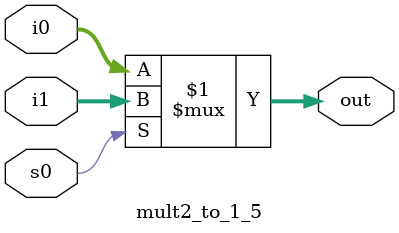
<source format=v>
module mult2_to_1_5(out, i0,i1,s0);
output [4:0] out;
input [4:0]i0,i1;
input s0;
assign out = s0 ? i1:i0;
endmodule


// module mult4_to_1_5(out, i00,i01,i10,i11,regdest1,regdest2);  // multiplexor for 
// output [4:0] out;
// input [4:0]i00,i01,i11,i10;
// input s0,s1;
// always @(s0 or s1)
// begin
//     if(~(s0)&~(s1))out=i00; //in 00
//     if(~(s0)&s1)out=i01; //in 01
//     if(s0&~(s1))out=i10; //in 10
//     if(s0&s1)out=i11 //in 11
// end
// endmodule

</source>
